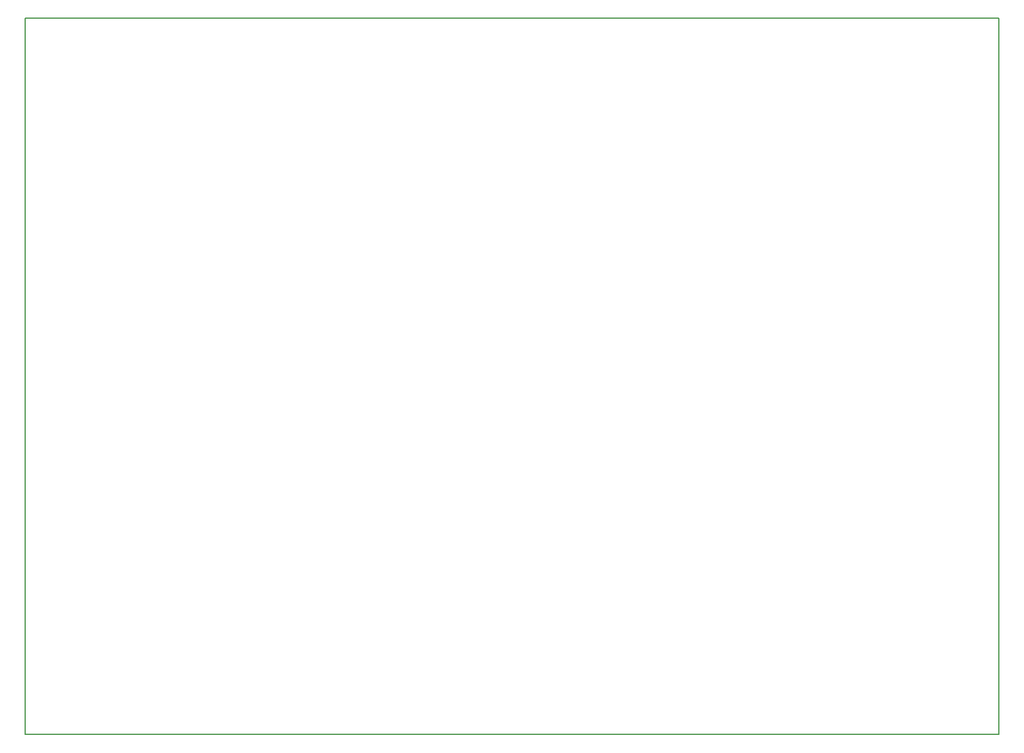
<source format=gm1>
G04 #@! TF.FileFunction,Profile,NP*
%FSLAX46Y46*%
G04 Gerber Fmt 4.6, Leading zero omitted, Abs format (unit mm)*
G04 Created by KiCad (PCBNEW 4.0.4-stable) date 01/25/23 12:04:28*
%MOMM*%
%LPD*%
G01*
G04 APERTURE LIST*
%ADD10C,0.100000*%
%ADD11C,0.150000*%
G04 APERTURE END LIST*
D10*
D11*
X26441400Y-152603200D02*
X26492200Y-152603200D01*
X26441400Y-48869600D02*
X26441400Y-152603200D01*
X167462200Y-48869600D02*
X26466800Y-48869600D01*
X167462200Y-152603200D02*
X167462200Y-48869600D01*
X26466800Y-152603200D02*
X167462200Y-152603200D01*
M02*

</source>
